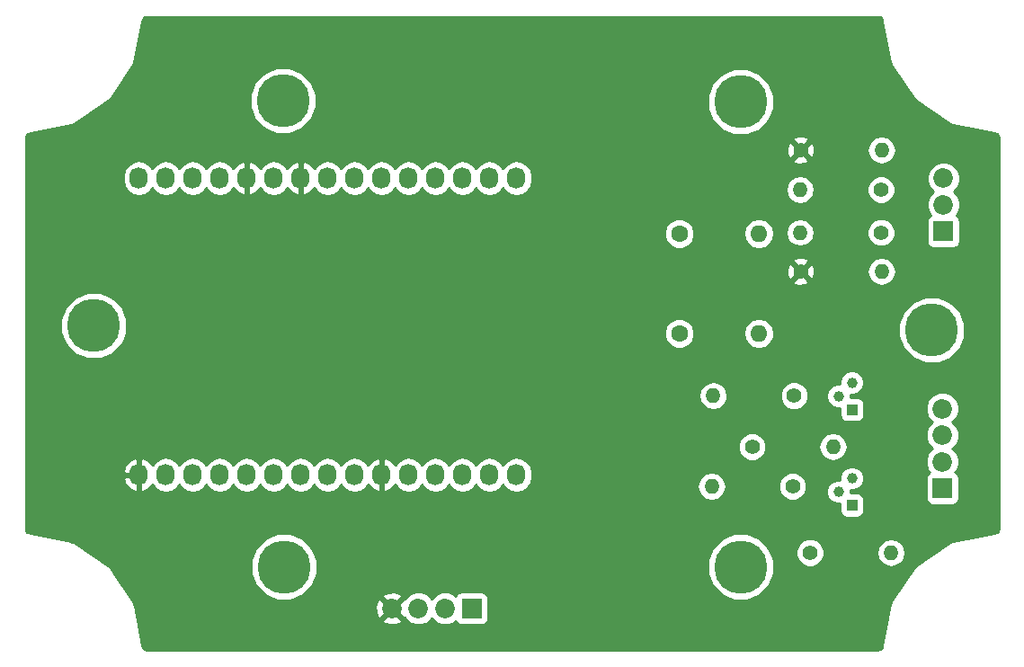
<source format=gbr>
G04 #@! TF.FileFunction,Copper,L1,Top,Signal*
%FSLAX46Y46*%
G04 Gerber Fmt 4.6, Leading zero omitted, Abs format (unit mm)*
G04 Created by KiCad (PCBNEW 4.0.6) date 06/19/17 18:14:00*
%MOMM*%
%LPD*%
G01*
G04 APERTURE LIST*
%ADD10C,0.100000*%
%ADD11C,1.600000*%
%ADD12O,1.600000X1.600000*%
%ADD13R,1.850000X1.850000*%
%ADD14C,1.850000*%
%ADD15C,1.000000*%
%ADD16R,1.000000X1.000000*%
%ADD17C,1.400000*%
%ADD18O,1.400000X1.400000*%
%ADD19O,1.727200X2.032000*%
%ADD20C,5.000000*%
%ADD21C,0.254000*%
G04 APERTURE END LIST*
D10*
D11*
X130830000Y-101420000D03*
D12*
X138330000Y-101420000D03*
D11*
X130830000Y-92022000D03*
D12*
X138330000Y-92022000D03*
D13*
X155700000Y-91800000D03*
D14*
X155700000Y-89300000D03*
X155700000Y-86800000D03*
D13*
X155600000Y-116000000D03*
D14*
X155600000Y-113500000D03*
X155600000Y-111000000D03*
X155600000Y-108500000D03*
D13*
X111272000Y-127328000D03*
D14*
X108772000Y-127328000D03*
X106272000Y-127328000D03*
X103772000Y-127328000D03*
D15*
X145830000Y-116330000D03*
X147100000Y-115060000D03*
D16*
X147100000Y-117600000D03*
D15*
X145830000Y-107330000D03*
X147100000Y-106060000D03*
D16*
X147100000Y-108600000D03*
D17*
X149829200Y-87881800D03*
D18*
X142209200Y-87881800D03*
D17*
X142260000Y-84148000D03*
D18*
X149880000Y-84148000D03*
D17*
X141498000Y-115821800D03*
D18*
X133878000Y-115821800D03*
D17*
X143149000Y-122070200D03*
D18*
X150769000Y-122070200D03*
D17*
X149829200Y-91920400D03*
D18*
X142209200Y-91920400D03*
D17*
X142260000Y-95578000D03*
D18*
X149880000Y-95578000D03*
D17*
X141650400Y-107287400D03*
D18*
X134030400Y-107287400D03*
D17*
X137688000Y-112088000D03*
D18*
X145308000Y-112088000D03*
D19*
X115500000Y-86800000D03*
X112960000Y-86800000D03*
X110420000Y-86800000D03*
X107880000Y-86800000D03*
X105340000Y-86800000D03*
X102800000Y-86800000D03*
X100260000Y-86800000D03*
X97720000Y-86800000D03*
X95180000Y-86800000D03*
X92640000Y-86800000D03*
X90100000Y-86800000D03*
X87560000Y-86800000D03*
X85020000Y-86800000D03*
X82480000Y-86800000D03*
X79940000Y-86800000D03*
X115500000Y-114740000D03*
X85020000Y-114740000D03*
X82480000Y-114740000D03*
X87560000Y-114740000D03*
X102800000Y-114740000D03*
X105340000Y-114740000D03*
X100260000Y-114740000D03*
X79940000Y-114740000D03*
X95180000Y-114740000D03*
X97720000Y-114740000D03*
X92640000Y-114740000D03*
X90100000Y-114740000D03*
X110420000Y-114740000D03*
X107880000Y-114740000D03*
X112960000Y-114740000D03*
D20*
X93600000Y-123400000D03*
X93500000Y-79500000D03*
X136600000Y-79600000D03*
X136600000Y-123400000D03*
X75700000Y-100700000D03*
X154600000Y-101100000D03*
D21*
G36*
X149715409Y-71621376D02*
X149813250Y-71686751D01*
X149878624Y-71784590D01*
X149928162Y-72033636D01*
X149928162Y-72033637D01*
X150689367Y-75860471D01*
X150731734Y-75962752D01*
X150791648Y-76107400D01*
X152959375Y-79351634D01*
X153148366Y-79540625D01*
X156392601Y-81708352D01*
X156532655Y-81766364D01*
X156639529Y-81810633D01*
X160466363Y-82571838D01*
X160466364Y-82571838D01*
X160715409Y-82621376D01*
X160813250Y-82686751D01*
X160878624Y-82784590D01*
X160915000Y-82967466D01*
X160915000Y-119832534D01*
X160878624Y-120015410D01*
X160813250Y-120113249D01*
X160715409Y-120178624D01*
X160466364Y-120228162D01*
X156639529Y-120989367D01*
X156567206Y-121019325D01*
X156392601Y-121091648D01*
X153148366Y-123259375D01*
X152959375Y-123448366D01*
X150791648Y-126692600D01*
X150731734Y-126837248D01*
X150689367Y-126939529D01*
X149928162Y-130766363D01*
X149928162Y-130766364D01*
X149878624Y-131015410D01*
X149813250Y-131113249D01*
X149715409Y-131178624D01*
X149532534Y-131215000D01*
X80667466Y-131215000D01*
X80484590Y-131178624D01*
X80386751Y-131113250D01*
X80321376Y-131015409D01*
X80271838Y-130766364D01*
X80271838Y-130766363D01*
X79806362Y-128426256D01*
X102853349Y-128426256D01*
X102942821Y-128685332D01*
X103525368Y-128899325D01*
X104145461Y-128874097D01*
X104601179Y-128685332D01*
X104690651Y-128426256D01*
X103772000Y-127507605D01*
X102853349Y-128426256D01*
X79806362Y-128426256D01*
X79538847Y-127081368D01*
X102200675Y-127081368D01*
X102225903Y-127701461D01*
X102414668Y-128157179D01*
X102673744Y-128246651D01*
X103592395Y-127328000D01*
X103951605Y-127328000D01*
X104870256Y-128246651D01*
X104955434Y-128217235D01*
X105387177Y-128649732D01*
X105960336Y-128887728D01*
X106580942Y-128888270D01*
X107154514Y-128651275D01*
X107522256Y-128284174D01*
X107887177Y-128649732D01*
X108460336Y-128887728D01*
X109080942Y-128888270D01*
X109654514Y-128651275D01*
X109772749Y-128533246D01*
X109882910Y-128704441D01*
X110095110Y-128849431D01*
X110347000Y-128900440D01*
X112197000Y-128900440D01*
X112432317Y-128856162D01*
X112648441Y-128717090D01*
X112793431Y-128504890D01*
X112844440Y-128253000D01*
X112844440Y-126403000D01*
X112800162Y-126167683D01*
X112661090Y-125951559D01*
X112448890Y-125806569D01*
X112197000Y-125755560D01*
X110347000Y-125755560D01*
X110111683Y-125799838D01*
X109895559Y-125938910D01*
X109771229Y-126120874D01*
X109656823Y-126006268D01*
X109083664Y-125768272D01*
X108463058Y-125767730D01*
X107889486Y-126004725D01*
X107521744Y-126371826D01*
X107156823Y-126006268D01*
X106583664Y-125768272D01*
X105963058Y-125767730D01*
X105389486Y-126004725D01*
X104954879Y-126438574D01*
X104870256Y-126409349D01*
X103951605Y-127328000D01*
X103592395Y-127328000D01*
X102673744Y-126409349D01*
X102414668Y-126498821D01*
X102200675Y-127081368D01*
X79538847Y-127081368D01*
X79510633Y-126939529D01*
X79480675Y-126867206D01*
X79408352Y-126692601D01*
X77623149Y-124020854D01*
X90464457Y-124020854D01*
X90940727Y-125173515D01*
X91821847Y-126056174D01*
X92973674Y-126534454D01*
X94220854Y-126535543D01*
X94960943Y-126229744D01*
X102853349Y-126229744D01*
X103772000Y-127148395D01*
X104690651Y-126229744D01*
X104601179Y-125970668D01*
X104018632Y-125756675D01*
X103398539Y-125781903D01*
X102942821Y-125970668D01*
X102853349Y-126229744D01*
X94960943Y-126229744D01*
X95373515Y-126059273D01*
X96256174Y-125178153D01*
X96734454Y-124026326D01*
X96734458Y-124020854D01*
X133464457Y-124020854D01*
X133940727Y-125173515D01*
X134821847Y-126056174D01*
X135973674Y-126534454D01*
X137220854Y-126535543D01*
X138373515Y-126059273D01*
X139256174Y-125178153D01*
X139734454Y-124026326D01*
X139735543Y-122779146D01*
X139551854Y-122334583D01*
X141813769Y-122334583D01*
X142016582Y-122825429D01*
X142391796Y-123201298D01*
X142882287Y-123404968D01*
X143413383Y-123405431D01*
X143904229Y-123202618D01*
X144280098Y-122827404D01*
X144483768Y-122336913D01*
X144484000Y-122070200D01*
X149407846Y-122070200D01*
X149509467Y-122581082D01*
X149798858Y-123014188D01*
X150231964Y-123303579D01*
X150742846Y-123405200D01*
X150795154Y-123405200D01*
X151306036Y-123303579D01*
X151739142Y-123014188D01*
X152028533Y-122581082D01*
X152130154Y-122070200D01*
X152028533Y-121559318D01*
X151739142Y-121126212D01*
X151306036Y-120836821D01*
X150795154Y-120735200D01*
X150742846Y-120735200D01*
X150231964Y-120836821D01*
X149798858Y-121126212D01*
X149509467Y-121559318D01*
X149407846Y-122070200D01*
X144484000Y-122070200D01*
X144484231Y-121805817D01*
X144281418Y-121314971D01*
X143906204Y-120939102D01*
X143415713Y-120735432D01*
X142884617Y-120734969D01*
X142393771Y-120937782D01*
X142017902Y-121312996D01*
X141814232Y-121803487D01*
X141813769Y-122334583D01*
X139551854Y-122334583D01*
X139259273Y-121626485D01*
X138378153Y-120743826D01*
X137226326Y-120265546D01*
X135979146Y-120264457D01*
X134826485Y-120740727D01*
X133943826Y-121621847D01*
X133465546Y-122773674D01*
X133464457Y-124020854D01*
X96734458Y-124020854D01*
X96735543Y-122779146D01*
X96259273Y-121626485D01*
X95378153Y-120743826D01*
X94226326Y-120265546D01*
X92979146Y-120264457D01*
X91826485Y-120740727D01*
X90943826Y-121621847D01*
X90465546Y-122773674D01*
X90464457Y-124020854D01*
X77623149Y-124020854D01*
X77240625Y-123448366D01*
X77051634Y-123259375D01*
X73807400Y-121091648D01*
X73662752Y-121031734D01*
X73560471Y-120989367D01*
X69733637Y-120228162D01*
X69733636Y-120228162D01*
X69484590Y-120178624D01*
X69386751Y-120113250D01*
X69321376Y-120015409D01*
X69285000Y-119832534D01*
X69285000Y-115101913D01*
X78454816Y-115101913D01*
X78648046Y-115654320D01*
X79037964Y-116090732D01*
X79565209Y-116344709D01*
X79580974Y-116347358D01*
X79813000Y-116226217D01*
X79813000Y-114867000D01*
X78599076Y-114867000D01*
X78454816Y-115101913D01*
X69285000Y-115101913D01*
X69285000Y-114378087D01*
X78454816Y-114378087D01*
X78599076Y-114613000D01*
X79813000Y-114613000D01*
X79813000Y-113253783D01*
X80067000Y-113253783D01*
X80067000Y-114613000D01*
X80087000Y-114613000D01*
X80087000Y-114867000D01*
X80067000Y-114867000D01*
X80067000Y-116226217D01*
X80299026Y-116347358D01*
X80314791Y-116344709D01*
X80842036Y-116090732D01*
X81213539Y-115674931D01*
X81420330Y-115984415D01*
X81906511Y-116309271D01*
X82480000Y-116423345D01*
X83053489Y-116309271D01*
X83539670Y-115984415D01*
X83750000Y-115669634D01*
X83960330Y-115984415D01*
X84446511Y-116309271D01*
X85020000Y-116423345D01*
X85593489Y-116309271D01*
X86079670Y-115984415D01*
X86290000Y-115669634D01*
X86500330Y-115984415D01*
X86986511Y-116309271D01*
X87560000Y-116423345D01*
X88133489Y-116309271D01*
X88619670Y-115984415D01*
X88830000Y-115669634D01*
X89040330Y-115984415D01*
X89526511Y-116309271D01*
X90100000Y-116423345D01*
X90673489Y-116309271D01*
X91159670Y-115984415D01*
X91370000Y-115669634D01*
X91580330Y-115984415D01*
X92066511Y-116309271D01*
X92640000Y-116423345D01*
X93213489Y-116309271D01*
X93699670Y-115984415D01*
X93910000Y-115669634D01*
X94120330Y-115984415D01*
X94606511Y-116309271D01*
X95180000Y-116423345D01*
X95753489Y-116309271D01*
X96239670Y-115984415D01*
X96450000Y-115669634D01*
X96660330Y-115984415D01*
X97146511Y-116309271D01*
X97720000Y-116423345D01*
X98293489Y-116309271D01*
X98779670Y-115984415D01*
X98990000Y-115669634D01*
X99200330Y-115984415D01*
X99686511Y-116309271D01*
X100260000Y-116423345D01*
X100833489Y-116309271D01*
X101319670Y-115984415D01*
X101526461Y-115674931D01*
X101897964Y-116090732D01*
X102425209Y-116344709D01*
X102440974Y-116347358D01*
X102673000Y-116226217D01*
X102673000Y-114867000D01*
X102653000Y-114867000D01*
X102653000Y-114613000D01*
X102673000Y-114613000D01*
X102673000Y-113253783D01*
X102927000Y-113253783D01*
X102927000Y-114613000D01*
X102947000Y-114613000D01*
X102947000Y-114867000D01*
X102927000Y-114867000D01*
X102927000Y-116226217D01*
X103159026Y-116347358D01*
X103174791Y-116344709D01*
X103702036Y-116090732D01*
X104073539Y-115674931D01*
X104280330Y-115984415D01*
X104766511Y-116309271D01*
X105340000Y-116423345D01*
X105913489Y-116309271D01*
X106399670Y-115984415D01*
X106610000Y-115669634D01*
X106820330Y-115984415D01*
X107306511Y-116309271D01*
X107880000Y-116423345D01*
X108453489Y-116309271D01*
X108939670Y-115984415D01*
X109150000Y-115669634D01*
X109360330Y-115984415D01*
X109846511Y-116309271D01*
X110420000Y-116423345D01*
X110993489Y-116309271D01*
X111479670Y-115984415D01*
X111690000Y-115669634D01*
X111900330Y-115984415D01*
X112386511Y-116309271D01*
X112960000Y-116423345D01*
X113533489Y-116309271D01*
X114019670Y-115984415D01*
X114230000Y-115669634D01*
X114440330Y-115984415D01*
X114926511Y-116309271D01*
X115500000Y-116423345D01*
X116073489Y-116309271D01*
X116559670Y-115984415D01*
X116668325Y-115821800D01*
X132516846Y-115821800D01*
X132618467Y-116332682D01*
X132907858Y-116765788D01*
X133340964Y-117055179D01*
X133851846Y-117156800D01*
X133904154Y-117156800D01*
X134415036Y-117055179D01*
X134848142Y-116765788D01*
X135137533Y-116332682D01*
X135186564Y-116086183D01*
X140162769Y-116086183D01*
X140365582Y-116577029D01*
X140740796Y-116952898D01*
X141231287Y-117156568D01*
X141762383Y-117157031D01*
X142253229Y-116954218D01*
X142629098Y-116579004D01*
X142639158Y-116554775D01*
X144694803Y-116554775D01*
X144867233Y-116972086D01*
X145186235Y-117291645D01*
X145603244Y-117464803D01*
X145952560Y-117465108D01*
X145952560Y-118100000D01*
X145996838Y-118335317D01*
X146135910Y-118551441D01*
X146348110Y-118696431D01*
X146600000Y-118747440D01*
X147600000Y-118747440D01*
X147835317Y-118703162D01*
X148051441Y-118564090D01*
X148196431Y-118351890D01*
X148247440Y-118100000D01*
X148247440Y-117100000D01*
X148203162Y-116864683D01*
X148064090Y-116648559D01*
X147851890Y-116503569D01*
X147600000Y-116452560D01*
X146964894Y-116452560D01*
X146965119Y-116194883D01*
X147324775Y-116195197D01*
X147742086Y-116022767D01*
X148061645Y-115703765D01*
X148234803Y-115286756D01*
X148234987Y-115075000D01*
X154027560Y-115075000D01*
X154027560Y-116925000D01*
X154071838Y-117160317D01*
X154210910Y-117376441D01*
X154423110Y-117521431D01*
X154675000Y-117572440D01*
X156525000Y-117572440D01*
X156760317Y-117528162D01*
X156976441Y-117389090D01*
X157121431Y-117176890D01*
X157172440Y-116925000D01*
X157172440Y-115075000D01*
X157128162Y-114839683D01*
X156989090Y-114623559D01*
X156807126Y-114499229D01*
X156921732Y-114384823D01*
X157159728Y-113811664D01*
X157160270Y-113191058D01*
X156923275Y-112617486D01*
X156556174Y-112249744D01*
X156921732Y-111884823D01*
X157159728Y-111311664D01*
X157160270Y-110691058D01*
X156923275Y-110117486D01*
X156556174Y-109749744D01*
X156921732Y-109384823D01*
X157159728Y-108811664D01*
X157160270Y-108191058D01*
X156923275Y-107617486D01*
X156484823Y-107178268D01*
X155911664Y-106940272D01*
X155291058Y-106939730D01*
X154717486Y-107176725D01*
X154278268Y-107615177D01*
X154040272Y-108188336D01*
X154039730Y-108808942D01*
X154276725Y-109382514D01*
X154643826Y-109750256D01*
X154278268Y-110115177D01*
X154040272Y-110688336D01*
X154039730Y-111308942D01*
X154276725Y-111882514D01*
X154643826Y-112250256D01*
X154278268Y-112615177D01*
X154040272Y-113188336D01*
X154039730Y-113808942D01*
X154276725Y-114382514D01*
X154394754Y-114500749D01*
X154223559Y-114610910D01*
X154078569Y-114823110D01*
X154027560Y-115075000D01*
X148234987Y-115075000D01*
X148235197Y-114835225D01*
X148062767Y-114417914D01*
X147743765Y-114098355D01*
X147326756Y-113925197D01*
X146875225Y-113924803D01*
X146457914Y-114097233D01*
X146138355Y-114416235D01*
X145965197Y-114833244D01*
X145964881Y-115195117D01*
X145605225Y-115194803D01*
X145187914Y-115367233D01*
X144868355Y-115686235D01*
X144695197Y-116103244D01*
X144694803Y-116554775D01*
X142639158Y-116554775D01*
X142832768Y-116088513D01*
X142833231Y-115557417D01*
X142630418Y-115066571D01*
X142255204Y-114690702D01*
X141764713Y-114487032D01*
X141233617Y-114486569D01*
X140742771Y-114689382D01*
X140366902Y-115064596D01*
X140163232Y-115555087D01*
X140162769Y-116086183D01*
X135186564Y-116086183D01*
X135239154Y-115821800D01*
X135137533Y-115310918D01*
X134848142Y-114877812D01*
X134415036Y-114588421D01*
X133904154Y-114486800D01*
X133851846Y-114486800D01*
X133340964Y-114588421D01*
X132907858Y-114877812D01*
X132618467Y-115310918D01*
X132516846Y-115821800D01*
X116668325Y-115821800D01*
X116884526Y-115498234D01*
X116998600Y-114924745D01*
X116998600Y-114555255D01*
X116884526Y-113981766D01*
X116559670Y-113495585D01*
X116073489Y-113170729D01*
X115500000Y-113056655D01*
X114926511Y-113170729D01*
X114440330Y-113495585D01*
X114230000Y-113810366D01*
X114019670Y-113495585D01*
X113533489Y-113170729D01*
X112960000Y-113056655D01*
X112386511Y-113170729D01*
X111900330Y-113495585D01*
X111690000Y-113810366D01*
X111479670Y-113495585D01*
X110993489Y-113170729D01*
X110420000Y-113056655D01*
X109846511Y-113170729D01*
X109360330Y-113495585D01*
X109150000Y-113810366D01*
X108939670Y-113495585D01*
X108453489Y-113170729D01*
X107880000Y-113056655D01*
X107306511Y-113170729D01*
X106820330Y-113495585D01*
X106610000Y-113810366D01*
X106399670Y-113495585D01*
X105913489Y-113170729D01*
X105340000Y-113056655D01*
X104766511Y-113170729D01*
X104280330Y-113495585D01*
X104073539Y-113805069D01*
X103702036Y-113389268D01*
X103174791Y-113135291D01*
X103159026Y-113132642D01*
X102927000Y-113253783D01*
X102673000Y-113253783D01*
X102440974Y-113132642D01*
X102425209Y-113135291D01*
X101897964Y-113389268D01*
X101526461Y-113805069D01*
X101319670Y-113495585D01*
X100833489Y-113170729D01*
X100260000Y-113056655D01*
X99686511Y-113170729D01*
X99200330Y-113495585D01*
X98990000Y-113810366D01*
X98779670Y-113495585D01*
X98293489Y-113170729D01*
X97720000Y-113056655D01*
X97146511Y-113170729D01*
X96660330Y-113495585D01*
X96450000Y-113810366D01*
X96239670Y-113495585D01*
X95753489Y-113170729D01*
X95180000Y-113056655D01*
X94606511Y-113170729D01*
X94120330Y-113495585D01*
X93910000Y-113810366D01*
X93699670Y-113495585D01*
X93213489Y-113170729D01*
X92640000Y-113056655D01*
X92066511Y-113170729D01*
X91580330Y-113495585D01*
X91370000Y-113810366D01*
X91159670Y-113495585D01*
X90673489Y-113170729D01*
X90100000Y-113056655D01*
X89526511Y-113170729D01*
X89040330Y-113495585D01*
X88830000Y-113810366D01*
X88619670Y-113495585D01*
X88133489Y-113170729D01*
X87560000Y-113056655D01*
X86986511Y-113170729D01*
X86500330Y-113495585D01*
X86290000Y-113810366D01*
X86079670Y-113495585D01*
X85593489Y-113170729D01*
X85020000Y-113056655D01*
X84446511Y-113170729D01*
X83960330Y-113495585D01*
X83750000Y-113810366D01*
X83539670Y-113495585D01*
X83053489Y-113170729D01*
X82480000Y-113056655D01*
X81906511Y-113170729D01*
X81420330Y-113495585D01*
X81213539Y-113805069D01*
X80842036Y-113389268D01*
X80314791Y-113135291D01*
X80299026Y-113132642D01*
X80067000Y-113253783D01*
X79813000Y-113253783D01*
X79580974Y-113132642D01*
X79565209Y-113135291D01*
X79037964Y-113389268D01*
X78648046Y-113825680D01*
X78454816Y-114378087D01*
X69285000Y-114378087D01*
X69285000Y-112352383D01*
X136352769Y-112352383D01*
X136555582Y-112843229D01*
X136930796Y-113219098D01*
X137421287Y-113422768D01*
X137952383Y-113423231D01*
X138443229Y-113220418D01*
X138819098Y-112845204D01*
X139022768Y-112354713D01*
X139023000Y-112088000D01*
X143946846Y-112088000D01*
X144048467Y-112598882D01*
X144337858Y-113031988D01*
X144770964Y-113321379D01*
X145281846Y-113423000D01*
X145334154Y-113423000D01*
X145845036Y-113321379D01*
X146278142Y-113031988D01*
X146567533Y-112598882D01*
X146669154Y-112088000D01*
X146567533Y-111577118D01*
X146278142Y-111144012D01*
X145845036Y-110854621D01*
X145334154Y-110753000D01*
X145281846Y-110753000D01*
X144770964Y-110854621D01*
X144337858Y-111144012D01*
X144048467Y-111577118D01*
X143946846Y-112088000D01*
X139023000Y-112088000D01*
X139023231Y-111823617D01*
X138820418Y-111332771D01*
X138445204Y-110956902D01*
X137954713Y-110753232D01*
X137423617Y-110752769D01*
X136932771Y-110955582D01*
X136556902Y-111330796D01*
X136353232Y-111821287D01*
X136352769Y-112352383D01*
X69285000Y-112352383D01*
X69285000Y-107287400D01*
X132669246Y-107287400D01*
X132770867Y-107798282D01*
X133060258Y-108231388D01*
X133493364Y-108520779D01*
X134004246Y-108622400D01*
X134056554Y-108622400D01*
X134567436Y-108520779D01*
X135000542Y-108231388D01*
X135289933Y-107798282D01*
X135338964Y-107551783D01*
X140315169Y-107551783D01*
X140517982Y-108042629D01*
X140893196Y-108418498D01*
X141383687Y-108622168D01*
X141914783Y-108622631D01*
X142405629Y-108419818D01*
X142781498Y-108044604D01*
X142984893Y-107554775D01*
X144694803Y-107554775D01*
X144867233Y-107972086D01*
X145186235Y-108291645D01*
X145603244Y-108464803D01*
X145952560Y-108465108D01*
X145952560Y-109100000D01*
X145996838Y-109335317D01*
X146135910Y-109551441D01*
X146348110Y-109696431D01*
X146600000Y-109747440D01*
X147600000Y-109747440D01*
X147835317Y-109703162D01*
X148051441Y-109564090D01*
X148196431Y-109351890D01*
X148247440Y-109100000D01*
X148247440Y-108100000D01*
X148203162Y-107864683D01*
X148064090Y-107648559D01*
X147851890Y-107503569D01*
X147600000Y-107452560D01*
X146964894Y-107452560D01*
X146965119Y-107194883D01*
X147324775Y-107195197D01*
X147742086Y-107022767D01*
X148061645Y-106703765D01*
X148234803Y-106286756D01*
X148235197Y-105835225D01*
X148062767Y-105417914D01*
X147743765Y-105098355D01*
X147326756Y-104925197D01*
X146875225Y-104924803D01*
X146457914Y-105097233D01*
X146138355Y-105416235D01*
X145965197Y-105833244D01*
X145964881Y-106195117D01*
X145605225Y-106194803D01*
X145187914Y-106367233D01*
X144868355Y-106686235D01*
X144695197Y-107103244D01*
X144694803Y-107554775D01*
X142984893Y-107554775D01*
X142985168Y-107554113D01*
X142985631Y-107023017D01*
X142782818Y-106532171D01*
X142407604Y-106156302D01*
X141917113Y-105952632D01*
X141386017Y-105952169D01*
X140895171Y-106154982D01*
X140519302Y-106530196D01*
X140315632Y-107020687D01*
X140315169Y-107551783D01*
X135338964Y-107551783D01*
X135391554Y-107287400D01*
X135289933Y-106776518D01*
X135000542Y-106343412D01*
X134567436Y-106054021D01*
X134056554Y-105952400D01*
X134004246Y-105952400D01*
X133493364Y-106054021D01*
X133060258Y-106343412D01*
X132770867Y-106776518D01*
X132669246Y-107287400D01*
X69285000Y-107287400D01*
X69285000Y-101320854D01*
X72564457Y-101320854D01*
X73040727Y-102473515D01*
X73921847Y-103356174D01*
X75073674Y-103834454D01*
X76320854Y-103835543D01*
X77473515Y-103359273D01*
X78356174Y-102478153D01*
X78677552Y-101704187D01*
X129394752Y-101704187D01*
X129612757Y-102231800D01*
X130016077Y-102635824D01*
X130543309Y-102854750D01*
X131114187Y-102855248D01*
X131641800Y-102637243D01*
X132045824Y-102233923D01*
X132264750Y-101706691D01*
X132265000Y-101420000D01*
X136866887Y-101420000D01*
X136976120Y-101969151D01*
X137287189Y-102434698D01*
X137752736Y-102745767D01*
X138301887Y-102855000D01*
X138358113Y-102855000D01*
X138907264Y-102745767D01*
X139372811Y-102434698D01*
X139683880Y-101969151D01*
X139733269Y-101720854D01*
X151464457Y-101720854D01*
X151940727Y-102873515D01*
X152821847Y-103756174D01*
X153973674Y-104234454D01*
X155220854Y-104235543D01*
X156373515Y-103759273D01*
X157256174Y-102878153D01*
X157734454Y-101726326D01*
X157735543Y-100479146D01*
X157259273Y-99326485D01*
X156378153Y-98443826D01*
X155226326Y-97965546D01*
X153979146Y-97964457D01*
X152826485Y-98440727D01*
X151943826Y-99321847D01*
X151465546Y-100473674D01*
X151464457Y-101720854D01*
X139733269Y-101720854D01*
X139793113Y-101420000D01*
X139683880Y-100870849D01*
X139372811Y-100405302D01*
X138907264Y-100094233D01*
X138358113Y-99985000D01*
X138301887Y-99985000D01*
X137752736Y-100094233D01*
X137287189Y-100405302D01*
X136976120Y-100870849D01*
X136866887Y-101420000D01*
X132265000Y-101420000D01*
X132265248Y-101135813D01*
X132047243Y-100608200D01*
X131643923Y-100204176D01*
X131116691Y-99985250D01*
X130545813Y-99984752D01*
X130018200Y-100202757D01*
X129614176Y-100606077D01*
X129395250Y-101133309D01*
X129394752Y-101704187D01*
X78677552Y-101704187D01*
X78834454Y-101326326D01*
X78835543Y-100079146D01*
X78359273Y-98926485D01*
X77478153Y-98043826D01*
X76326326Y-97565546D01*
X75079146Y-97564457D01*
X73926485Y-98040727D01*
X73043826Y-98921847D01*
X72565546Y-100073674D01*
X72564457Y-101320854D01*
X69285000Y-101320854D01*
X69285000Y-96513275D01*
X141504331Y-96513275D01*
X141566169Y-96749042D01*
X142067122Y-96925419D01*
X142597440Y-96896664D01*
X142953831Y-96749042D01*
X143015669Y-96513275D01*
X142260000Y-95757605D01*
X141504331Y-96513275D01*
X69285000Y-96513275D01*
X69285000Y-95385122D01*
X140912581Y-95385122D01*
X140941336Y-95915440D01*
X141088958Y-96271831D01*
X141324725Y-96333669D01*
X142080395Y-95578000D01*
X142439605Y-95578000D01*
X143195275Y-96333669D01*
X143431042Y-96271831D01*
X143607419Y-95770878D01*
X143596961Y-95578000D01*
X148518846Y-95578000D01*
X148620467Y-96088882D01*
X148909858Y-96521988D01*
X149342964Y-96811379D01*
X149853846Y-96913000D01*
X149906154Y-96913000D01*
X150417036Y-96811379D01*
X150850142Y-96521988D01*
X151139533Y-96088882D01*
X151241154Y-95578000D01*
X151139533Y-95067118D01*
X150850142Y-94634012D01*
X150417036Y-94344621D01*
X149906154Y-94243000D01*
X149853846Y-94243000D01*
X149342964Y-94344621D01*
X148909858Y-94634012D01*
X148620467Y-95067118D01*
X148518846Y-95578000D01*
X143596961Y-95578000D01*
X143578664Y-95240560D01*
X143431042Y-94884169D01*
X143195275Y-94822331D01*
X142439605Y-95578000D01*
X142080395Y-95578000D01*
X141324725Y-94822331D01*
X141088958Y-94884169D01*
X140912581Y-95385122D01*
X69285000Y-95385122D01*
X69285000Y-94642725D01*
X141504331Y-94642725D01*
X142260000Y-95398395D01*
X143015669Y-94642725D01*
X142953831Y-94406958D01*
X142452878Y-94230581D01*
X141922560Y-94259336D01*
X141566169Y-94406958D01*
X141504331Y-94642725D01*
X69285000Y-94642725D01*
X69285000Y-92306187D01*
X129394752Y-92306187D01*
X129612757Y-92833800D01*
X130016077Y-93237824D01*
X130543309Y-93456750D01*
X131114187Y-93457248D01*
X131641800Y-93239243D01*
X132045824Y-92835923D01*
X132264750Y-92308691D01*
X132265000Y-92022000D01*
X136866887Y-92022000D01*
X136976120Y-92571151D01*
X137287189Y-93036698D01*
X137752736Y-93347767D01*
X138301887Y-93457000D01*
X138358113Y-93457000D01*
X138907264Y-93347767D01*
X139372811Y-93036698D01*
X139683880Y-92571151D01*
X139793113Y-92022000D01*
X139772904Y-91920400D01*
X140848046Y-91920400D01*
X140949667Y-92431282D01*
X141239058Y-92864388D01*
X141672164Y-93153779D01*
X142183046Y-93255400D01*
X142235354Y-93255400D01*
X142746236Y-93153779D01*
X143179342Y-92864388D01*
X143468733Y-92431282D01*
X143517764Y-92184783D01*
X148493969Y-92184783D01*
X148696782Y-92675629D01*
X149071996Y-93051498D01*
X149562487Y-93255168D01*
X150093583Y-93255631D01*
X150584429Y-93052818D01*
X150960298Y-92677604D01*
X151163968Y-92187113D01*
X151164431Y-91656017D01*
X150961618Y-91165171D01*
X150671953Y-90875000D01*
X154127560Y-90875000D01*
X154127560Y-92725000D01*
X154171838Y-92960317D01*
X154310910Y-93176441D01*
X154523110Y-93321431D01*
X154775000Y-93372440D01*
X156625000Y-93372440D01*
X156860317Y-93328162D01*
X157076441Y-93189090D01*
X157221431Y-92976890D01*
X157272440Y-92725000D01*
X157272440Y-90875000D01*
X157228162Y-90639683D01*
X157089090Y-90423559D01*
X156907126Y-90299229D01*
X157021732Y-90184823D01*
X157259728Y-89611664D01*
X157260270Y-88991058D01*
X157023275Y-88417486D01*
X156656174Y-88049744D01*
X157021732Y-87684823D01*
X157259728Y-87111664D01*
X157260270Y-86491058D01*
X157023275Y-85917486D01*
X156584823Y-85478268D01*
X156011664Y-85240272D01*
X155391058Y-85239730D01*
X154817486Y-85476725D01*
X154378268Y-85915177D01*
X154140272Y-86488336D01*
X154139730Y-87108942D01*
X154376725Y-87682514D01*
X154743826Y-88050256D01*
X154378268Y-88415177D01*
X154140272Y-88988336D01*
X154139730Y-89608942D01*
X154376725Y-90182514D01*
X154494754Y-90300749D01*
X154323559Y-90410910D01*
X154178569Y-90623110D01*
X154127560Y-90875000D01*
X150671953Y-90875000D01*
X150586404Y-90789302D01*
X150095913Y-90585632D01*
X149564817Y-90585169D01*
X149073971Y-90787982D01*
X148698102Y-91163196D01*
X148494432Y-91653687D01*
X148493969Y-92184783D01*
X143517764Y-92184783D01*
X143570354Y-91920400D01*
X143468733Y-91409518D01*
X143179342Y-90976412D01*
X142746236Y-90687021D01*
X142235354Y-90585400D01*
X142183046Y-90585400D01*
X141672164Y-90687021D01*
X141239058Y-90976412D01*
X140949667Y-91409518D01*
X140848046Y-91920400D01*
X139772904Y-91920400D01*
X139683880Y-91472849D01*
X139372811Y-91007302D01*
X138907264Y-90696233D01*
X138358113Y-90587000D01*
X138301887Y-90587000D01*
X137752736Y-90696233D01*
X137287189Y-91007302D01*
X136976120Y-91472849D01*
X136866887Y-92022000D01*
X132265000Y-92022000D01*
X132265248Y-91737813D01*
X132047243Y-91210200D01*
X131643923Y-90806176D01*
X131116691Y-90587250D01*
X130545813Y-90586752D01*
X130018200Y-90804757D01*
X129614176Y-91208077D01*
X129395250Y-91735309D01*
X129394752Y-92306187D01*
X69285000Y-92306187D01*
X69285000Y-86615255D01*
X78441400Y-86615255D01*
X78441400Y-86984745D01*
X78555474Y-87558234D01*
X78880330Y-88044415D01*
X79366511Y-88369271D01*
X79940000Y-88483345D01*
X80513489Y-88369271D01*
X80999670Y-88044415D01*
X81210000Y-87729634D01*
X81420330Y-88044415D01*
X81906511Y-88369271D01*
X82480000Y-88483345D01*
X83053489Y-88369271D01*
X83539670Y-88044415D01*
X83750000Y-87729634D01*
X83960330Y-88044415D01*
X84446511Y-88369271D01*
X85020000Y-88483345D01*
X85593489Y-88369271D01*
X86079670Y-88044415D01*
X86290000Y-87729634D01*
X86500330Y-88044415D01*
X86986511Y-88369271D01*
X87560000Y-88483345D01*
X88133489Y-88369271D01*
X88619670Y-88044415D01*
X88826461Y-87734931D01*
X89197964Y-88150732D01*
X89725209Y-88404709D01*
X89740974Y-88407358D01*
X89973000Y-88286217D01*
X89973000Y-86927000D01*
X89953000Y-86927000D01*
X89953000Y-86673000D01*
X89973000Y-86673000D01*
X89973000Y-85313783D01*
X90227000Y-85313783D01*
X90227000Y-86673000D01*
X90247000Y-86673000D01*
X90247000Y-86927000D01*
X90227000Y-86927000D01*
X90227000Y-88286217D01*
X90459026Y-88407358D01*
X90474791Y-88404709D01*
X91002036Y-88150732D01*
X91373539Y-87734931D01*
X91580330Y-88044415D01*
X92066511Y-88369271D01*
X92640000Y-88483345D01*
X93213489Y-88369271D01*
X93699670Y-88044415D01*
X93906461Y-87734931D01*
X94277964Y-88150732D01*
X94805209Y-88404709D01*
X94820974Y-88407358D01*
X95053000Y-88286217D01*
X95053000Y-86927000D01*
X95033000Y-86927000D01*
X95033000Y-86673000D01*
X95053000Y-86673000D01*
X95053000Y-85313783D01*
X95307000Y-85313783D01*
X95307000Y-86673000D01*
X95327000Y-86673000D01*
X95327000Y-86927000D01*
X95307000Y-86927000D01*
X95307000Y-88286217D01*
X95539026Y-88407358D01*
X95554791Y-88404709D01*
X96082036Y-88150732D01*
X96453539Y-87734931D01*
X96660330Y-88044415D01*
X97146511Y-88369271D01*
X97720000Y-88483345D01*
X98293489Y-88369271D01*
X98779670Y-88044415D01*
X98990000Y-87729634D01*
X99200330Y-88044415D01*
X99686511Y-88369271D01*
X100260000Y-88483345D01*
X100833489Y-88369271D01*
X101319670Y-88044415D01*
X101530000Y-87729634D01*
X101740330Y-88044415D01*
X102226511Y-88369271D01*
X102800000Y-88483345D01*
X103373489Y-88369271D01*
X103859670Y-88044415D01*
X104070000Y-87729634D01*
X104280330Y-88044415D01*
X104766511Y-88369271D01*
X105340000Y-88483345D01*
X105913489Y-88369271D01*
X106399670Y-88044415D01*
X106610000Y-87729634D01*
X106820330Y-88044415D01*
X107306511Y-88369271D01*
X107880000Y-88483345D01*
X108453489Y-88369271D01*
X108939670Y-88044415D01*
X109150000Y-87729634D01*
X109360330Y-88044415D01*
X109846511Y-88369271D01*
X110420000Y-88483345D01*
X110993489Y-88369271D01*
X111479670Y-88044415D01*
X111690000Y-87729634D01*
X111900330Y-88044415D01*
X112386511Y-88369271D01*
X112960000Y-88483345D01*
X113533489Y-88369271D01*
X114019670Y-88044415D01*
X114230000Y-87729634D01*
X114440330Y-88044415D01*
X114926511Y-88369271D01*
X115500000Y-88483345D01*
X116073489Y-88369271D01*
X116559670Y-88044415D01*
X116668325Y-87881800D01*
X140848046Y-87881800D01*
X140949667Y-88392682D01*
X141239058Y-88825788D01*
X141672164Y-89115179D01*
X142183046Y-89216800D01*
X142235354Y-89216800D01*
X142746236Y-89115179D01*
X143179342Y-88825788D01*
X143468733Y-88392682D01*
X143517764Y-88146183D01*
X148493969Y-88146183D01*
X148696782Y-88637029D01*
X149071996Y-89012898D01*
X149562487Y-89216568D01*
X150093583Y-89217031D01*
X150584429Y-89014218D01*
X150960298Y-88639004D01*
X151163968Y-88148513D01*
X151164431Y-87617417D01*
X150961618Y-87126571D01*
X150586404Y-86750702D01*
X150095913Y-86547032D01*
X149564817Y-86546569D01*
X149073971Y-86749382D01*
X148698102Y-87124596D01*
X148494432Y-87615087D01*
X148493969Y-88146183D01*
X143517764Y-88146183D01*
X143570354Y-87881800D01*
X143468733Y-87370918D01*
X143179342Y-86937812D01*
X142746236Y-86648421D01*
X142235354Y-86546800D01*
X142183046Y-86546800D01*
X141672164Y-86648421D01*
X141239058Y-86937812D01*
X140949667Y-87370918D01*
X140848046Y-87881800D01*
X116668325Y-87881800D01*
X116884526Y-87558234D01*
X116998600Y-86984745D01*
X116998600Y-86615255D01*
X116884526Y-86041766D01*
X116559670Y-85555585D01*
X116073489Y-85230729D01*
X115500000Y-85116655D01*
X114926511Y-85230729D01*
X114440330Y-85555585D01*
X114230000Y-85870366D01*
X114019670Y-85555585D01*
X113533489Y-85230729D01*
X112960000Y-85116655D01*
X112386511Y-85230729D01*
X111900330Y-85555585D01*
X111690000Y-85870366D01*
X111479670Y-85555585D01*
X110993489Y-85230729D01*
X110420000Y-85116655D01*
X109846511Y-85230729D01*
X109360330Y-85555585D01*
X109150000Y-85870366D01*
X108939670Y-85555585D01*
X108453489Y-85230729D01*
X107880000Y-85116655D01*
X107306511Y-85230729D01*
X106820330Y-85555585D01*
X106610000Y-85870366D01*
X106399670Y-85555585D01*
X105913489Y-85230729D01*
X105340000Y-85116655D01*
X104766511Y-85230729D01*
X104280330Y-85555585D01*
X104070000Y-85870366D01*
X103859670Y-85555585D01*
X103373489Y-85230729D01*
X102800000Y-85116655D01*
X102226511Y-85230729D01*
X101740330Y-85555585D01*
X101530000Y-85870366D01*
X101319670Y-85555585D01*
X100833489Y-85230729D01*
X100260000Y-85116655D01*
X99686511Y-85230729D01*
X99200330Y-85555585D01*
X98990000Y-85870366D01*
X98779670Y-85555585D01*
X98293489Y-85230729D01*
X97720000Y-85116655D01*
X97146511Y-85230729D01*
X96660330Y-85555585D01*
X96453539Y-85865069D01*
X96082036Y-85449268D01*
X95554791Y-85195291D01*
X95539026Y-85192642D01*
X95307000Y-85313783D01*
X95053000Y-85313783D01*
X94820974Y-85192642D01*
X94805209Y-85195291D01*
X94277964Y-85449268D01*
X93906461Y-85865069D01*
X93699670Y-85555585D01*
X93213489Y-85230729D01*
X92640000Y-85116655D01*
X92066511Y-85230729D01*
X91580330Y-85555585D01*
X91373539Y-85865069D01*
X91002036Y-85449268D01*
X90474791Y-85195291D01*
X90459026Y-85192642D01*
X90227000Y-85313783D01*
X89973000Y-85313783D01*
X89740974Y-85192642D01*
X89725209Y-85195291D01*
X89197964Y-85449268D01*
X88826461Y-85865069D01*
X88619670Y-85555585D01*
X88133489Y-85230729D01*
X87560000Y-85116655D01*
X86986511Y-85230729D01*
X86500330Y-85555585D01*
X86290000Y-85870366D01*
X86079670Y-85555585D01*
X85593489Y-85230729D01*
X85020000Y-85116655D01*
X84446511Y-85230729D01*
X83960330Y-85555585D01*
X83750000Y-85870366D01*
X83539670Y-85555585D01*
X83053489Y-85230729D01*
X82480000Y-85116655D01*
X81906511Y-85230729D01*
X81420330Y-85555585D01*
X81210000Y-85870366D01*
X80999670Y-85555585D01*
X80513489Y-85230729D01*
X79940000Y-85116655D01*
X79366511Y-85230729D01*
X78880330Y-85555585D01*
X78555474Y-86041766D01*
X78441400Y-86615255D01*
X69285000Y-86615255D01*
X69285000Y-85083275D01*
X141504331Y-85083275D01*
X141566169Y-85319042D01*
X142067122Y-85495419D01*
X142597440Y-85466664D01*
X142953831Y-85319042D01*
X143015669Y-85083275D01*
X142260000Y-84327605D01*
X141504331Y-85083275D01*
X69285000Y-85083275D01*
X69285000Y-83955122D01*
X140912581Y-83955122D01*
X140941336Y-84485440D01*
X141088958Y-84841831D01*
X141324725Y-84903669D01*
X142080395Y-84148000D01*
X142439605Y-84148000D01*
X143195275Y-84903669D01*
X143431042Y-84841831D01*
X143607419Y-84340878D01*
X143596961Y-84148000D01*
X148518846Y-84148000D01*
X148620467Y-84658882D01*
X148909858Y-85091988D01*
X149342964Y-85381379D01*
X149853846Y-85483000D01*
X149906154Y-85483000D01*
X150417036Y-85381379D01*
X150850142Y-85091988D01*
X151139533Y-84658882D01*
X151241154Y-84148000D01*
X151139533Y-83637118D01*
X150850142Y-83204012D01*
X150417036Y-82914621D01*
X149906154Y-82813000D01*
X149853846Y-82813000D01*
X149342964Y-82914621D01*
X148909858Y-83204012D01*
X148620467Y-83637118D01*
X148518846Y-84148000D01*
X143596961Y-84148000D01*
X143578664Y-83810560D01*
X143431042Y-83454169D01*
X143195275Y-83392331D01*
X142439605Y-84148000D01*
X142080395Y-84148000D01*
X141324725Y-83392331D01*
X141088958Y-83454169D01*
X140912581Y-83955122D01*
X69285000Y-83955122D01*
X69285000Y-83212725D01*
X141504331Y-83212725D01*
X142260000Y-83968395D01*
X143015669Y-83212725D01*
X142953831Y-82976958D01*
X142452878Y-82800581D01*
X141922560Y-82829336D01*
X141566169Y-82976958D01*
X141504331Y-83212725D01*
X69285000Y-83212725D01*
X69285000Y-82967466D01*
X69321376Y-82784591D01*
X69386751Y-82686750D01*
X69484590Y-82621376D01*
X69733636Y-82571838D01*
X69733637Y-82571838D01*
X73560471Y-81810633D01*
X73667347Y-81766363D01*
X73807400Y-81708352D01*
X76183259Y-80120854D01*
X90364457Y-80120854D01*
X90840727Y-81273515D01*
X91721847Y-82156174D01*
X92873674Y-82634454D01*
X94120854Y-82635543D01*
X95273515Y-82159273D01*
X96156174Y-81278153D01*
X96595202Y-80220854D01*
X133464457Y-80220854D01*
X133940727Y-81373515D01*
X134821847Y-82256174D01*
X135973674Y-82734454D01*
X137220854Y-82735543D01*
X138373515Y-82259273D01*
X139256174Y-81378153D01*
X139734454Y-80226326D01*
X139735543Y-78979146D01*
X139259273Y-77826485D01*
X138378153Y-76943826D01*
X137226326Y-76465546D01*
X135979146Y-76464457D01*
X134826485Y-76940727D01*
X133943826Y-77821847D01*
X133465546Y-78973674D01*
X133464457Y-80220854D01*
X96595202Y-80220854D01*
X96634454Y-80126326D01*
X96635543Y-78879146D01*
X96159273Y-77726485D01*
X95278153Y-76843826D01*
X94126326Y-76365546D01*
X92879146Y-76364457D01*
X91726485Y-76840727D01*
X90843826Y-77721847D01*
X90365546Y-78873674D01*
X90364457Y-80120854D01*
X76183259Y-80120854D01*
X77051634Y-79540625D01*
X77240625Y-79351634D01*
X79408352Y-76107399D01*
X79510633Y-75860470D01*
X80271838Y-72033637D01*
X80271838Y-72033636D01*
X80321376Y-71784591D01*
X80386751Y-71686750D01*
X80484590Y-71621376D01*
X80667466Y-71585000D01*
X149532534Y-71585000D01*
X149715409Y-71621376D01*
X149715409Y-71621376D01*
G37*
X149715409Y-71621376D02*
X149813250Y-71686751D01*
X149878624Y-71784590D01*
X149928162Y-72033636D01*
X149928162Y-72033637D01*
X150689367Y-75860471D01*
X150731734Y-75962752D01*
X150791648Y-76107400D01*
X152959375Y-79351634D01*
X153148366Y-79540625D01*
X156392601Y-81708352D01*
X156532655Y-81766364D01*
X156639529Y-81810633D01*
X160466363Y-82571838D01*
X160466364Y-82571838D01*
X160715409Y-82621376D01*
X160813250Y-82686751D01*
X160878624Y-82784590D01*
X160915000Y-82967466D01*
X160915000Y-119832534D01*
X160878624Y-120015410D01*
X160813250Y-120113249D01*
X160715409Y-120178624D01*
X160466364Y-120228162D01*
X156639529Y-120989367D01*
X156567206Y-121019325D01*
X156392601Y-121091648D01*
X153148366Y-123259375D01*
X152959375Y-123448366D01*
X150791648Y-126692600D01*
X150731734Y-126837248D01*
X150689367Y-126939529D01*
X149928162Y-130766363D01*
X149928162Y-130766364D01*
X149878624Y-131015410D01*
X149813250Y-131113249D01*
X149715409Y-131178624D01*
X149532534Y-131215000D01*
X80667466Y-131215000D01*
X80484590Y-131178624D01*
X80386751Y-131113250D01*
X80321376Y-131015409D01*
X80271838Y-130766364D01*
X80271838Y-130766363D01*
X79806362Y-128426256D01*
X102853349Y-128426256D01*
X102942821Y-128685332D01*
X103525368Y-128899325D01*
X104145461Y-128874097D01*
X104601179Y-128685332D01*
X104690651Y-128426256D01*
X103772000Y-127507605D01*
X102853349Y-128426256D01*
X79806362Y-128426256D01*
X79538847Y-127081368D01*
X102200675Y-127081368D01*
X102225903Y-127701461D01*
X102414668Y-128157179D01*
X102673744Y-128246651D01*
X103592395Y-127328000D01*
X103951605Y-127328000D01*
X104870256Y-128246651D01*
X104955434Y-128217235D01*
X105387177Y-128649732D01*
X105960336Y-128887728D01*
X106580942Y-128888270D01*
X107154514Y-128651275D01*
X107522256Y-128284174D01*
X107887177Y-128649732D01*
X108460336Y-128887728D01*
X109080942Y-128888270D01*
X109654514Y-128651275D01*
X109772749Y-128533246D01*
X109882910Y-128704441D01*
X110095110Y-128849431D01*
X110347000Y-128900440D01*
X112197000Y-128900440D01*
X112432317Y-128856162D01*
X112648441Y-128717090D01*
X112793431Y-128504890D01*
X112844440Y-128253000D01*
X112844440Y-126403000D01*
X112800162Y-126167683D01*
X112661090Y-125951559D01*
X112448890Y-125806569D01*
X112197000Y-125755560D01*
X110347000Y-125755560D01*
X110111683Y-125799838D01*
X109895559Y-125938910D01*
X109771229Y-126120874D01*
X109656823Y-126006268D01*
X109083664Y-125768272D01*
X108463058Y-125767730D01*
X107889486Y-126004725D01*
X107521744Y-126371826D01*
X107156823Y-126006268D01*
X106583664Y-125768272D01*
X105963058Y-125767730D01*
X105389486Y-126004725D01*
X104954879Y-126438574D01*
X104870256Y-126409349D01*
X103951605Y-127328000D01*
X103592395Y-127328000D01*
X102673744Y-126409349D01*
X102414668Y-126498821D01*
X102200675Y-127081368D01*
X79538847Y-127081368D01*
X79510633Y-126939529D01*
X79480675Y-126867206D01*
X79408352Y-126692601D01*
X77623149Y-124020854D01*
X90464457Y-124020854D01*
X90940727Y-125173515D01*
X91821847Y-126056174D01*
X92973674Y-126534454D01*
X94220854Y-126535543D01*
X94960943Y-126229744D01*
X102853349Y-126229744D01*
X103772000Y-127148395D01*
X104690651Y-126229744D01*
X104601179Y-125970668D01*
X104018632Y-125756675D01*
X103398539Y-125781903D01*
X102942821Y-125970668D01*
X102853349Y-126229744D01*
X94960943Y-126229744D01*
X95373515Y-126059273D01*
X96256174Y-125178153D01*
X96734454Y-124026326D01*
X96734458Y-124020854D01*
X133464457Y-124020854D01*
X133940727Y-125173515D01*
X134821847Y-126056174D01*
X135973674Y-126534454D01*
X137220854Y-126535543D01*
X138373515Y-126059273D01*
X139256174Y-125178153D01*
X139734454Y-124026326D01*
X139735543Y-122779146D01*
X139551854Y-122334583D01*
X141813769Y-122334583D01*
X142016582Y-122825429D01*
X142391796Y-123201298D01*
X142882287Y-123404968D01*
X143413383Y-123405431D01*
X143904229Y-123202618D01*
X144280098Y-122827404D01*
X144483768Y-122336913D01*
X144484000Y-122070200D01*
X149407846Y-122070200D01*
X149509467Y-122581082D01*
X149798858Y-123014188D01*
X150231964Y-123303579D01*
X150742846Y-123405200D01*
X150795154Y-123405200D01*
X151306036Y-123303579D01*
X151739142Y-123014188D01*
X152028533Y-122581082D01*
X152130154Y-122070200D01*
X152028533Y-121559318D01*
X151739142Y-121126212D01*
X151306036Y-120836821D01*
X150795154Y-120735200D01*
X150742846Y-120735200D01*
X150231964Y-120836821D01*
X149798858Y-121126212D01*
X149509467Y-121559318D01*
X149407846Y-122070200D01*
X144484000Y-122070200D01*
X144484231Y-121805817D01*
X144281418Y-121314971D01*
X143906204Y-120939102D01*
X143415713Y-120735432D01*
X142884617Y-120734969D01*
X142393771Y-120937782D01*
X142017902Y-121312996D01*
X141814232Y-121803487D01*
X141813769Y-122334583D01*
X139551854Y-122334583D01*
X139259273Y-121626485D01*
X138378153Y-120743826D01*
X137226326Y-120265546D01*
X135979146Y-120264457D01*
X134826485Y-120740727D01*
X133943826Y-121621847D01*
X133465546Y-122773674D01*
X133464457Y-124020854D01*
X96734458Y-124020854D01*
X96735543Y-122779146D01*
X96259273Y-121626485D01*
X95378153Y-120743826D01*
X94226326Y-120265546D01*
X92979146Y-120264457D01*
X91826485Y-120740727D01*
X90943826Y-121621847D01*
X90465546Y-122773674D01*
X90464457Y-124020854D01*
X77623149Y-124020854D01*
X77240625Y-123448366D01*
X77051634Y-123259375D01*
X73807400Y-121091648D01*
X73662752Y-121031734D01*
X73560471Y-120989367D01*
X69733637Y-120228162D01*
X69733636Y-120228162D01*
X69484590Y-120178624D01*
X69386751Y-120113250D01*
X69321376Y-120015409D01*
X69285000Y-119832534D01*
X69285000Y-115101913D01*
X78454816Y-115101913D01*
X78648046Y-115654320D01*
X79037964Y-116090732D01*
X79565209Y-116344709D01*
X79580974Y-116347358D01*
X79813000Y-116226217D01*
X79813000Y-114867000D01*
X78599076Y-114867000D01*
X78454816Y-115101913D01*
X69285000Y-115101913D01*
X69285000Y-114378087D01*
X78454816Y-114378087D01*
X78599076Y-114613000D01*
X79813000Y-114613000D01*
X79813000Y-113253783D01*
X80067000Y-113253783D01*
X80067000Y-114613000D01*
X80087000Y-114613000D01*
X80087000Y-114867000D01*
X80067000Y-114867000D01*
X80067000Y-116226217D01*
X80299026Y-116347358D01*
X80314791Y-116344709D01*
X80842036Y-116090732D01*
X81213539Y-115674931D01*
X81420330Y-115984415D01*
X81906511Y-116309271D01*
X82480000Y-116423345D01*
X83053489Y-116309271D01*
X83539670Y-115984415D01*
X83750000Y-115669634D01*
X83960330Y-115984415D01*
X84446511Y-116309271D01*
X85020000Y-116423345D01*
X85593489Y-116309271D01*
X86079670Y-115984415D01*
X86290000Y-115669634D01*
X86500330Y-115984415D01*
X86986511Y-116309271D01*
X87560000Y-116423345D01*
X88133489Y-116309271D01*
X88619670Y-115984415D01*
X88830000Y-115669634D01*
X89040330Y-115984415D01*
X89526511Y-116309271D01*
X90100000Y-116423345D01*
X90673489Y-116309271D01*
X91159670Y-115984415D01*
X91370000Y-115669634D01*
X91580330Y-115984415D01*
X92066511Y-116309271D01*
X92640000Y-116423345D01*
X93213489Y-116309271D01*
X93699670Y-115984415D01*
X93910000Y-115669634D01*
X94120330Y-115984415D01*
X94606511Y-116309271D01*
X95180000Y-116423345D01*
X95753489Y-116309271D01*
X96239670Y-115984415D01*
X96450000Y-115669634D01*
X96660330Y-115984415D01*
X97146511Y-116309271D01*
X97720000Y-116423345D01*
X98293489Y-116309271D01*
X98779670Y-115984415D01*
X98990000Y-115669634D01*
X99200330Y-115984415D01*
X99686511Y-116309271D01*
X100260000Y-116423345D01*
X100833489Y-116309271D01*
X101319670Y-115984415D01*
X101526461Y-115674931D01*
X101897964Y-116090732D01*
X102425209Y-116344709D01*
X102440974Y-116347358D01*
X102673000Y-116226217D01*
X102673000Y-114867000D01*
X102653000Y-114867000D01*
X102653000Y-114613000D01*
X102673000Y-114613000D01*
X102673000Y-113253783D01*
X102927000Y-113253783D01*
X102927000Y-114613000D01*
X102947000Y-114613000D01*
X102947000Y-114867000D01*
X102927000Y-114867000D01*
X102927000Y-116226217D01*
X103159026Y-116347358D01*
X103174791Y-116344709D01*
X103702036Y-116090732D01*
X104073539Y-115674931D01*
X104280330Y-115984415D01*
X104766511Y-116309271D01*
X105340000Y-116423345D01*
X105913489Y-116309271D01*
X106399670Y-115984415D01*
X106610000Y-115669634D01*
X106820330Y-115984415D01*
X107306511Y-116309271D01*
X107880000Y-116423345D01*
X108453489Y-116309271D01*
X108939670Y-115984415D01*
X109150000Y-115669634D01*
X109360330Y-115984415D01*
X109846511Y-116309271D01*
X110420000Y-116423345D01*
X110993489Y-116309271D01*
X111479670Y-115984415D01*
X111690000Y-115669634D01*
X111900330Y-115984415D01*
X112386511Y-116309271D01*
X112960000Y-116423345D01*
X113533489Y-116309271D01*
X114019670Y-115984415D01*
X114230000Y-115669634D01*
X114440330Y-115984415D01*
X114926511Y-116309271D01*
X115500000Y-116423345D01*
X116073489Y-116309271D01*
X116559670Y-115984415D01*
X116668325Y-115821800D01*
X132516846Y-115821800D01*
X132618467Y-116332682D01*
X132907858Y-116765788D01*
X133340964Y-117055179D01*
X133851846Y-117156800D01*
X133904154Y-117156800D01*
X134415036Y-117055179D01*
X134848142Y-116765788D01*
X135137533Y-116332682D01*
X135186564Y-116086183D01*
X140162769Y-116086183D01*
X140365582Y-116577029D01*
X140740796Y-116952898D01*
X141231287Y-117156568D01*
X141762383Y-117157031D01*
X142253229Y-116954218D01*
X142629098Y-116579004D01*
X142639158Y-116554775D01*
X144694803Y-116554775D01*
X144867233Y-116972086D01*
X145186235Y-117291645D01*
X145603244Y-117464803D01*
X145952560Y-117465108D01*
X145952560Y-118100000D01*
X145996838Y-118335317D01*
X146135910Y-118551441D01*
X146348110Y-118696431D01*
X146600000Y-118747440D01*
X147600000Y-118747440D01*
X147835317Y-118703162D01*
X148051441Y-118564090D01*
X148196431Y-118351890D01*
X148247440Y-118100000D01*
X148247440Y-117100000D01*
X148203162Y-116864683D01*
X148064090Y-116648559D01*
X147851890Y-116503569D01*
X147600000Y-116452560D01*
X146964894Y-116452560D01*
X146965119Y-116194883D01*
X147324775Y-116195197D01*
X147742086Y-116022767D01*
X148061645Y-115703765D01*
X148234803Y-115286756D01*
X148234987Y-115075000D01*
X154027560Y-115075000D01*
X154027560Y-116925000D01*
X154071838Y-117160317D01*
X154210910Y-117376441D01*
X154423110Y-117521431D01*
X154675000Y-117572440D01*
X156525000Y-117572440D01*
X156760317Y-117528162D01*
X156976441Y-117389090D01*
X157121431Y-117176890D01*
X157172440Y-116925000D01*
X157172440Y-115075000D01*
X157128162Y-114839683D01*
X156989090Y-114623559D01*
X156807126Y-114499229D01*
X156921732Y-114384823D01*
X157159728Y-113811664D01*
X157160270Y-113191058D01*
X156923275Y-112617486D01*
X156556174Y-112249744D01*
X156921732Y-111884823D01*
X157159728Y-111311664D01*
X157160270Y-110691058D01*
X156923275Y-110117486D01*
X156556174Y-109749744D01*
X156921732Y-109384823D01*
X157159728Y-108811664D01*
X157160270Y-108191058D01*
X156923275Y-107617486D01*
X156484823Y-107178268D01*
X155911664Y-106940272D01*
X155291058Y-106939730D01*
X154717486Y-107176725D01*
X154278268Y-107615177D01*
X154040272Y-108188336D01*
X154039730Y-108808942D01*
X154276725Y-109382514D01*
X154643826Y-109750256D01*
X154278268Y-110115177D01*
X154040272Y-110688336D01*
X154039730Y-111308942D01*
X154276725Y-111882514D01*
X154643826Y-112250256D01*
X154278268Y-112615177D01*
X154040272Y-113188336D01*
X154039730Y-113808942D01*
X154276725Y-114382514D01*
X154394754Y-114500749D01*
X154223559Y-114610910D01*
X154078569Y-114823110D01*
X154027560Y-115075000D01*
X148234987Y-115075000D01*
X148235197Y-114835225D01*
X148062767Y-114417914D01*
X147743765Y-114098355D01*
X147326756Y-113925197D01*
X146875225Y-113924803D01*
X146457914Y-114097233D01*
X146138355Y-114416235D01*
X145965197Y-114833244D01*
X145964881Y-115195117D01*
X145605225Y-115194803D01*
X145187914Y-115367233D01*
X144868355Y-115686235D01*
X144695197Y-116103244D01*
X144694803Y-116554775D01*
X142639158Y-116554775D01*
X142832768Y-116088513D01*
X142833231Y-115557417D01*
X142630418Y-115066571D01*
X142255204Y-114690702D01*
X141764713Y-114487032D01*
X141233617Y-114486569D01*
X140742771Y-114689382D01*
X140366902Y-115064596D01*
X140163232Y-115555087D01*
X140162769Y-116086183D01*
X135186564Y-116086183D01*
X135239154Y-115821800D01*
X135137533Y-115310918D01*
X134848142Y-114877812D01*
X134415036Y-114588421D01*
X133904154Y-114486800D01*
X133851846Y-114486800D01*
X133340964Y-114588421D01*
X132907858Y-114877812D01*
X132618467Y-115310918D01*
X132516846Y-115821800D01*
X116668325Y-115821800D01*
X116884526Y-115498234D01*
X116998600Y-114924745D01*
X116998600Y-114555255D01*
X116884526Y-113981766D01*
X116559670Y-113495585D01*
X116073489Y-113170729D01*
X115500000Y-113056655D01*
X114926511Y-113170729D01*
X114440330Y-113495585D01*
X114230000Y-113810366D01*
X114019670Y-113495585D01*
X113533489Y-113170729D01*
X112960000Y-113056655D01*
X112386511Y-113170729D01*
X111900330Y-113495585D01*
X111690000Y-113810366D01*
X111479670Y-113495585D01*
X110993489Y-113170729D01*
X110420000Y-113056655D01*
X109846511Y-113170729D01*
X109360330Y-113495585D01*
X109150000Y-113810366D01*
X108939670Y-113495585D01*
X108453489Y-113170729D01*
X107880000Y-113056655D01*
X107306511Y-113170729D01*
X106820330Y-113495585D01*
X106610000Y-113810366D01*
X106399670Y-113495585D01*
X105913489Y-113170729D01*
X105340000Y-113056655D01*
X104766511Y-113170729D01*
X104280330Y-113495585D01*
X104073539Y-113805069D01*
X103702036Y-113389268D01*
X103174791Y-113135291D01*
X103159026Y-113132642D01*
X102927000Y-113253783D01*
X102673000Y-113253783D01*
X102440974Y-113132642D01*
X102425209Y-113135291D01*
X101897964Y-113389268D01*
X101526461Y-113805069D01*
X101319670Y-113495585D01*
X100833489Y-113170729D01*
X100260000Y-113056655D01*
X99686511Y-113170729D01*
X99200330Y-113495585D01*
X98990000Y-113810366D01*
X98779670Y-113495585D01*
X98293489Y-113170729D01*
X97720000Y-113056655D01*
X97146511Y-113170729D01*
X96660330Y-113495585D01*
X96450000Y-113810366D01*
X96239670Y-113495585D01*
X95753489Y-113170729D01*
X95180000Y-113056655D01*
X94606511Y-113170729D01*
X94120330Y-113495585D01*
X93910000Y-113810366D01*
X93699670Y-113495585D01*
X93213489Y-113170729D01*
X92640000Y-113056655D01*
X92066511Y-113170729D01*
X91580330Y-113495585D01*
X91370000Y-113810366D01*
X91159670Y-113495585D01*
X90673489Y-113170729D01*
X90100000Y-113056655D01*
X89526511Y-113170729D01*
X89040330Y-113495585D01*
X88830000Y-113810366D01*
X88619670Y-113495585D01*
X88133489Y-113170729D01*
X87560000Y-113056655D01*
X86986511Y-113170729D01*
X86500330Y-113495585D01*
X86290000Y-113810366D01*
X86079670Y-113495585D01*
X85593489Y-113170729D01*
X85020000Y-113056655D01*
X84446511Y-113170729D01*
X83960330Y-113495585D01*
X83750000Y-113810366D01*
X83539670Y-113495585D01*
X83053489Y-113170729D01*
X82480000Y-113056655D01*
X81906511Y-113170729D01*
X81420330Y-113495585D01*
X81213539Y-113805069D01*
X80842036Y-113389268D01*
X80314791Y-113135291D01*
X80299026Y-113132642D01*
X80067000Y-113253783D01*
X79813000Y-113253783D01*
X79580974Y-113132642D01*
X79565209Y-113135291D01*
X79037964Y-113389268D01*
X78648046Y-113825680D01*
X78454816Y-114378087D01*
X69285000Y-114378087D01*
X69285000Y-112352383D01*
X136352769Y-112352383D01*
X136555582Y-112843229D01*
X136930796Y-113219098D01*
X137421287Y-113422768D01*
X137952383Y-113423231D01*
X138443229Y-113220418D01*
X138819098Y-112845204D01*
X139022768Y-112354713D01*
X139023000Y-112088000D01*
X143946846Y-112088000D01*
X144048467Y-112598882D01*
X144337858Y-113031988D01*
X144770964Y-113321379D01*
X145281846Y-113423000D01*
X145334154Y-113423000D01*
X145845036Y-113321379D01*
X146278142Y-113031988D01*
X146567533Y-112598882D01*
X146669154Y-112088000D01*
X146567533Y-111577118D01*
X146278142Y-111144012D01*
X145845036Y-110854621D01*
X145334154Y-110753000D01*
X145281846Y-110753000D01*
X144770964Y-110854621D01*
X144337858Y-111144012D01*
X144048467Y-111577118D01*
X143946846Y-112088000D01*
X139023000Y-112088000D01*
X139023231Y-111823617D01*
X138820418Y-111332771D01*
X138445204Y-110956902D01*
X137954713Y-110753232D01*
X137423617Y-110752769D01*
X136932771Y-110955582D01*
X136556902Y-111330796D01*
X136353232Y-111821287D01*
X136352769Y-112352383D01*
X69285000Y-112352383D01*
X69285000Y-107287400D01*
X132669246Y-107287400D01*
X132770867Y-107798282D01*
X133060258Y-108231388D01*
X133493364Y-108520779D01*
X134004246Y-108622400D01*
X134056554Y-108622400D01*
X134567436Y-108520779D01*
X135000542Y-108231388D01*
X135289933Y-107798282D01*
X135338964Y-107551783D01*
X140315169Y-107551783D01*
X140517982Y-108042629D01*
X140893196Y-108418498D01*
X141383687Y-108622168D01*
X141914783Y-108622631D01*
X142405629Y-108419818D01*
X142781498Y-108044604D01*
X142984893Y-107554775D01*
X144694803Y-107554775D01*
X144867233Y-107972086D01*
X145186235Y-108291645D01*
X145603244Y-108464803D01*
X145952560Y-108465108D01*
X145952560Y-109100000D01*
X145996838Y-109335317D01*
X146135910Y-109551441D01*
X146348110Y-109696431D01*
X146600000Y-109747440D01*
X147600000Y-109747440D01*
X147835317Y-109703162D01*
X148051441Y-109564090D01*
X148196431Y-109351890D01*
X148247440Y-109100000D01*
X148247440Y-108100000D01*
X148203162Y-107864683D01*
X148064090Y-107648559D01*
X147851890Y-107503569D01*
X147600000Y-107452560D01*
X146964894Y-107452560D01*
X146965119Y-107194883D01*
X147324775Y-107195197D01*
X147742086Y-107022767D01*
X148061645Y-106703765D01*
X148234803Y-106286756D01*
X148235197Y-105835225D01*
X148062767Y-105417914D01*
X147743765Y-105098355D01*
X147326756Y-104925197D01*
X146875225Y-104924803D01*
X146457914Y-105097233D01*
X146138355Y-105416235D01*
X145965197Y-105833244D01*
X145964881Y-106195117D01*
X145605225Y-106194803D01*
X145187914Y-106367233D01*
X144868355Y-106686235D01*
X144695197Y-107103244D01*
X144694803Y-107554775D01*
X142984893Y-107554775D01*
X142985168Y-107554113D01*
X142985631Y-107023017D01*
X142782818Y-106532171D01*
X142407604Y-106156302D01*
X141917113Y-105952632D01*
X141386017Y-105952169D01*
X140895171Y-106154982D01*
X140519302Y-106530196D01*
X140315632Y-107020687D01*
X140315169Y-107551783D01*
X135338964Y-107551783D01*
X135391554Y-107287400D01*
X135289933Y-106776518D01*
X135000542Y-106343412D01*
X134567436Y-106054021D01*
X134056554Y-105952400D01*
X134004246Y-105952400D01*
X133493364Y-106054021D01*
X133060258Y-106343412D01*
X132770867Y-106776518D01*
X132669246Y-107287400D01*
X69285000Y-107287400D01*
X69285000Y-101320854D01*
X72564457Y-101320854D01*
X73040727Y-102473515D01*
X73921847Y-103356174D01*
X75073674Y-103834454D01*
X76320854Y-103835543D01*
X77473515Y-103359273D01*
X78356174Y-102478153D01*
X78677552Y-101704187D01*
X129394752Y-101704187D01*
X129612757Y-102231800D01*
X130016077Y-102635824D01*
X130543309Y-102854750D01*
X131114187Y-102855248D01*
X131641800Y-102637243D01*
X132045824Y-102233923D01*
X132264750Y-101706691D01*
X132265000Y-101420000D01*
X136866887Y-101420000D01*
X136976120Y-101969151D01*
X137287189Y-102434698D01*
X137752736Y-102745767D01*
X138301887Y-102855000D01*
X138358113Y-102855000D01*
X138907264Y-102745767D01*
X139372811Y-102434698D01*
X139683880Y-101969151D01*
X139733269Y-101720854D01*
X151464457Y-101720854D01*
X151940727Y-102873515D01*
X152821847Y-103756174D01*
X153973674Y-104234454D01*
X155220854Y-104235543D01*
X156373515Y-103759273D01*
X157256174Y-102878153D01*
X157734454Y-101726326D01*
X157735543Y-100479146D01*
X157259273Y-99326485D01*
X156378153Y-98443826D01*
X155226326Y-97965546D01*
X153979146Y-97964457D01*
X152826485Y-98440727D01*
X151943826Y-99321847D01*
X151465546Y-100473674D01*
X151464457Y-101720854D01*
X139733269Y-101720854D01*
X139793113Y-101420000D01*
X139683880Y-100870849D01*
X139372811Y-100405302D01*
X138907264Y-100094233D01*
X138358113Y-99985000D01*
X138301887Y-99985000D01*
X137752736Y-100094233D01*
X137287189Y-100405302D01*
X136976120Y-100870849D01*
X136866887Y-101420000D01*
X132265000Y-101420000D01*
X132265248Y-101135813D01*
X132047243Y-100608200D01*
X131643923Y-100204176D01*
X131116691Y-99985250D01*
X130545813Y-99984752D01*
X130018200Y-100202757D01*
X129614176Y-100606077D01*
X129395250Y-101133309D01*
X129394752Y-101704187D01*
X78677552Y-101704187D01*
X78834454Y-101326326D01*
X78835543Y-100079146D01*
X78359273Y-98926485D01*
X77478153Y-98043826D01*
X76326326Y-97565546D01*
X75079146Y-97564457D01*
X73926485Y-98040727D01*
X73043826Y-98921847D01*
X72565546Y-100073674D01*
X72564457Y-101320854D01*
X69285000Y-101320854D01*
X69285000Y-96513275D01*
X141504331Y-96513275D01*
X141566169Y-96749042D01*
X142067122Y-96925419D01*
X142597440Y-96896664D01*
X142953831Y-96749042D01*
X143015669Y-96513275D01*
X142260000Y-95757605D01*
X141504331Y-96513275D01*
X69285000Y-96513275D01*
X69285000Y-95385122D01*
X140912581Y-95385122D01*
X140941336Y-95915440D01*
X141088958Y-96271831D01*
X141324725Y-96333669D01*
X142080395Y-95578000D01*
X142439605Y-95578000D01*
X143195275Y-96333669D01*
X143431042Y-96271831D01*
X143607419Y-95770878D01*
X143596961Y-95578000D01*
X148518846Y-95578000D01*
X148620467Y-96088882D01*
X148909858Y-96521988D01*
X149342964Y-96811379D01*
X149853846Y-96913000D01*
X149906154Y-96913000D01*
X150417036Y-96811379D01*
X150850142Y-96521988D01*
X151139533Y-96088882D01*
X151241154Y-95578000D01*
X151139533Y-95067118D01*
X150850142Y-94634012D01*
X150417036Y-94344621D01*
X149906154Y-94243000D01*
X149853846Y-94243000D01*
X149342964Y-94344621D01*
X148909858Y-94634012D01*
X148620467Y-95067118D01*
X148518846Y-95578000D01*
X143596961Y-95578000D01*
X143578664Y-95240560D01*
X143431042Y-94884169D01*
X143195275Y-94822331D01*
X142439605Y-95578000D01*
X142080395Y-95578000D01*
X141324725Y-94822331D01*
X141088958Y-94884169D01*
X140912581Y-95385122D01*
X69285000Y-95385122D01*
X69285000Y-94642725D01*
X141504331Y-94642725D01*
X142260000Y-95398395D01*
X143015669Y-94642725D01*
X142953831Y-94406958D01*
X142452878Y-94230581D01*
X141922560Y-94259336D01*
X141566169Y-94406958D01*
X141504331Y-94642725D01*
X69285000Y-94642725D01*
X69285000Y-92306187D01*
X129394752Y-92306187D01*
X129612757Y-92833800D01*
X130016077Y-93237824D01*
X130543309Y-93456750D01*
X131114187Y-93457248D01*
X131641800Y-93239243D01*
X132045824Y-92835923D01*
X132264750Y-92308691D01*
X132265000Y-92022000D01*
X136866887Y-92022000D01*
X136976120Y-92571151D01*
X137287189Y-93036698D01*
X137752736Y-93347767D01*
X138301887Y-93457000D01*
X138358113Y-93457000D01*
X138907264Y-93347767D01*
X139372811Y-93036698D01*
X139683880Y-92571151D01*
X139793113Y-92022000D01*
X139772904Y-91920400D01*
X140848046Y-91920400D01*
X140949667Y-92431282D01*
X141239058Y-92864388D01*
X141672164Y-93153779D01*
X142183046Y-93255400D01*
X142235354Y-93255400D01*
X142746236Y-93153779D01*
X143179342Y-92864388D01*
X143468733Y-92431282D01*
X143517764Y-92184783D01*
X148493969Y-92184783D01*
X148696782Y-92675629D01*
X149071996Y-93051498D01*
X149562487Y-93255168D01*
X150093583Y-93255631D01*
X150584429Y-93052818D01*
X150960298Y-92677604D01*
X151163968Y-92187113D01*
X151164431Y-91656017D01*
X150961618Y-91165171D01*
X150671953Y-90875000D01*
X154127560Y-90875000D01*
X154127560Y-92725000D01*
X154171838Y-92960317D01*
X154310910Y-93176441D01*
X154523110Y-93321431D01*
X154775000Y-93372440D01*
X156625000Y-93372440D01*
X156860317Y-93328162D01*
X157076441Y-93189090D01*
X157221431Y-92976890D01*
X157272440Y-92725000D01*
X157272440Y-90875000D01*
X157228162Y-90639683D01*
X157089090Y-90423559D01*
X156907126Y-90299229D01*
X157021732Y-90184823D01*
X157259728Y-89611664D01*
X157260270Y-88991058D01*
X157023275Y-88417486D01*
X156656174Y-88049744D01*
X157021732Y-87684823D01*
X157259728Y-87111664D01*
X157260270Y-86491058D01*
X157023275Y-85917486D01*
X156584823Y-85478268D01*
X156011664Y-85240272D01*
X155391058Y-85239730D01*
X154817486Y-85476725D01*
X154378268Y-85915177D01*
X154140272Y-86488336D01*
X154139730Y-87108942D01*
X154376725Y-87682514D01*
X154743826Y-88050256D01*
X154378268Y-88415177D01*
X154140272Y-88988336D01*
X154139730Y-89608942D01*
X154376725Y-90182514D01*
X154494754Y-90300749D01*
X154323559Y-90410910D01*
X154178569Y-90623110D01*
X154127560Y-90875000D01*
X150671953Y-90875000D01*
X150586404Y-90789302D01*
X150095913Y-90585632D01*
X149564817Y-90585169D01*
X149073971Y-90787982D01*
X148698102Y-91163196D01*
X148494432Y-91653687D01*
X148493969Y-92184783D01*
X143517764Y-92184783D01*
X143570354Y-91920400D01*
X143468733Y-91409518D01*
X143179342Y-90976412D01*
X142746236Y-90687021D01*
X142235354Y-90585400D01*
X142183046Y-90585400D01*
X141672164Y-90687021D01*
X141239058Y-90976412D01*
X140949667Y-91409518D01*
X140848046Y-91920400D01*
X139772904Y-91920400D01*
X139683880Y-91472849D01*
X139372811Y-91007302D01*
X138907264Y-90696233D01*
X138358113Y-90587000D01*
X138301887Y-90587000D01*
X137752736Y-90696233D01*
X137287189Y-91007302D01*
X136976120Y-91472849D01*
X136866887Y-92022000D01*
X132265000Y-92022000D01*
X132265248Y-91737813D01*
X132047243Y-91210200D01*
X131643923Y-90806176D01*
X131116691Y-90587250D01*
X130545813Y-90586752D01*
X130018200Y-90804757D01*
X129614176Y-91208077D01*
X129395250Y-91735309D01*
X129394752Y-92306187D01*
X69285000Y-92306187D01*
X69285000Y-86615255D01*
X78441400Y-86615255D01*
X78441400Y-86984745D01*
X78555474Y-87558234D01*
X78880330Y-88044415D01*
X79366511Y-88369271D01*
X79940000Y-88483345D01*
X80513489Y-88369271D01*
X80999670Y-88044415D01*
X81210000Y-87729634D01*
X81420330Y-88044415D01*
X81906511Y-88369271D01*
X82480000Y-88483345D01*
X83053489Y-88369271D01*
X83539670Y-88044415D01*
X83750000Y-87729634D01*
X83960330Y-88044415D01*
X84446511Y-88369271D01*
X85020000Y-88483345D01*
X85593489Y-88369271D01*
X86079670Y-88044415D01*
X86290000Y-87729634D01*
X86500330Y-88044415D01*
X86986511Y-88369271D01*
X87560000Y-88483345D01*
X88133489Y-88369271D01*
X88619670Y-88044415D01*
X88826461Y-87734931D01*
X89197964Y-88150732D01*
X89725209Y-88404709D01*
X89740974Y-88407358D01*
X89973000Y-88286217D01*
X89973000Y-86927000D01*
X89953000Y-86927000D01*
X89953000Y-86673000D01*
X89973000Y-86673000D01*
X89973000Y-85313783D01*
X90227000Y-85313783D01*
X90227000Y-86673000D01*
X90247000Y-86673000D01*
X90247000Y-86927000D01*
X90227000Y-86927000D01*
X90227000Y-88286217D01*
X90459026Y-88407358D01*
X90474791Y-88404709D01*
X91002036Y-88150732D01*
X91373539Y-87734931D01*
X91580330Y-88044415D01*
X92066511Y-88369271D01*
X92640000Y-88483345D01*
X93213489Y-88369271D01*
X93699670Y-88044415D01*
X93906461Y-87734931D01*
X94277964Y-88150732D01*
X94805209Y-88404709D01*
X94820974Y-88407358D01*
X95053000Y-88286217D01*
X95053000Y-86927000D01*
X95033000Y-86927000D01*
X95033000Y-86673000D01*
X95053000Y-86673000D01*
X95053000Y-85313783D01*
X95307000Y-85313783D01*
X95307000Y-86673000D01*
X95327000Y-86673000D01*
X95327000Y-86927000D01*
X95307000Y-86927000D01*
X95307000Y-88286217D01*
X95539026Y-88407358D01*
X95554791Y-88404709D01*
X96082036Y-88150732D01*
X96453539Y-87734931D01*
X96660330Y-88044415D01*
X97146511Y-88369271D01*
X97720000Y-88483345D01*
X98293489Y-88369271D01*
X98779670Y-88044415D01*
X98990000Y-87729634D01*
X99200330Y-88044415D01*
X99686511Y-88369271D01*
X100260000Y-88483345D01*
X100833489Y-88369271D01*
X101319670Y-88044415D01*
X101530000Y-87729634D01*
X101740330Y-88044415D01*
X102226511Y-88369271D01*
X102800000Y-88483345D01*
X103373489Y-88369271D01*
X103859670Y-88044415D01*
X104070000Y-87729634D01*
X104280330Y-88044415D01*
X104766511Y-88369271D01*
X105340000Y-88483345D01*
X105913489Y-88369271D01*
X106399670Y-88044415D01*
X106610000Y-87729634D01*
X106820330Y-88044415D01*
X107306511Y-88369271D01*
X107880000Y-88483345D01*
X108453489Y-88369271D01*
X108939670Y-88044415D01*
X109150000Y-87729634D01*
X109360330Y-88044415D01*
X109846511Y-88369271D01*
X110420000Y-88483345D01*
X110993489Y-88369271D01*
X111479670Y-88044415D01*
X111690000Y-87729634D01*
X111900330Y-88044415D01*
X112386511Y-88369271D01*
X112960000Y-88483345D01*
X113533489Y-88369271D01*
X114019670Y-88044415D01*
X114230000Y-87729634D01*
X114440330Y-88044415D01*
X114926511Y-88369271D01*
X115500000Y-88483345D01*
X116073489Y-88369271D01*
X116559670Y-88044415D01*
X116668325Y-87881800D01*
X140848046Y-87881800D01*
X140949667Y-88392682D01*
X141239058Y-88825788D01*
X141672164Y-89115179D01*
X142183046Y-89216800D01*
X142235354Y-89216800D01*
X142746236Y-89115179D01*
X143179342Y-88825788D01*
X143468733Y-88392682D01*
X143517764Y-88146183D01*
X148493969Y-88146183D01*
X148696782Y-88637029D01*
X149071996Y-89012898D01*
X149562487Y-89216568D01*
X150093583Y-89217031D01*
X150584429Y-89014218D01*
X150960298Y-88639004D01*
X151163968Y-88148513D01*
X151164431Y-87617417D01*
X150961618Y-87126571D01*
X150586404Y-86750702D01*
X150095913Y-86547032D01*
X149564817Y-86546569D01*
X149073971Y-86749382D01*
X148698102Y-87124596D01*
X148494432Y-87615087D01*
X148493969Y-88146183D01*
X143517764Y-88146183D01*
X143570354Y-87881800D01*
X143468733Y-87370918D01*
X143179342Y-86937812D01*
X142746236Y-86648421D01*
X142235354Y-86546800D01*
X142183046Y-86546800D01*
X141672164Y-86648421D01*
X141239058Y-86937812D01*
X140949667Y-87370918D01*
X140848046Y-87881800D01*
X116668325Y-87881800D01*
X116884526Y-87558234D01*
X116998600Y-86984745D01*
X116998600Y-86615255D01*
X116884526Y-86041766D01*
X116559670Y-85555585D01*
X116073489Y-85230729D01*
X115500000Y-85116655D01*
X114926511Y-85230729D01*
X114440330Y-85555585D01*
X114230000Y-85870366D01*
X114019670Y-85555585D01*
X113533489Y-85230729D01*
X112960000Y-85116655D01*
X112386511Y-85230729D01*
X111900330Y-85555585D01*
X111690000Y-85870366D01*
X111479670Y-85555585D01*
X110993489Y-85230729D01*
X110420000Y-85116655D01*
X109846511Y-85230729D01*
X109360330Y-85555585D01*
X109150000Y-85870366D01*
X108939670Y-85555585D01*
X108453489Y-85230729D01*
X107880000Y-85116655D01*
X107306511Y-85230729D01*
X106820330Y-85555585D01*
X106610000Y-85870366D01*
X106399670Y-85555585D01*
X105913489Y-85230729D01*
X105340000Y-85116655D01*
X104766511Y-85230729D01*
X104280330Y-85555585D01*
X104070000Y-85870366D01*
X103859670Y-85555585D01*
X103373489Y-85230729D01*
X102800000Y-85116655D01*
X102226511Y-85230729D01*
X101740330Y-85555585D01*
X101530000Y-85870366D01*
X101319670Y-85555585D01*
X100833489Y-85230729D01*
X100260000Y-85116655D01*
X99686511Y-85230729D01*
X99200330Y-85555585D01*
X98990000Y-85870366D01*
X98779670Y-85555585D01*
X98293489Y-85230729D01*
X97720000Y-85116655D01*
X97146511Y-85230729D01*
X96660330Y-85555585D01*
X96453539Y-85865069D01*
X96082036Y-85449268D01*
X95554791Y-85195291D01*
X95539026Y-85192642D01*
X95307000Y-85313783D01*
X95053000Y-85313783D01*
X94820974Y-85192642D01*
X94805209Y-85195291D01*
X94277964Y-85449268D01*
X93906461Y-85865069D01*
X93699670Y-85555585D01*
X93213489Y-85230729D01*
X92640000Y-85116655D01*
X92066511Y-85230729D01*
X91580330Y-85555585D01*
X91373539Y-85865069D01*
X91002036Y-85449268D01*
X90474791Y-85195291D01*
X90459026Y-85192642D01*
X90227000Y-85313783D01*
X89973000Y-85313783D01*
X89740974Y-85192642D01*
X89725209Y-85195291D01*
X89197964Y-85449268D01*
X88826461Y-85865069D01*
X88619670Y-85555585D01*
X88133489Y-85230729D01*
X87560000Y-85116655D01*
X86986511Y-85230729D01*
X86500330Y-85555585D01*
X86290000Y-85870366D01*
X86079670Y-85555585D01*
X85593489Y-85230729D01*
X85020000Y-85116655D01*
X84446511Y-85230729D01*
X83960330Y-85555585D01*
X83750000Y-85870366D01*
X83539670Y-85555585D01*
X83053489Y-85230729D01*
X82480000Y-85116655D01*
X81906511Y-85230729D01*
X81420330Y-85555585D01*
X81210000Y-85870366D01*
X80999670Y-85555585D01*
X80513489Y-85230729D01*
X79940000Y-85116655D01*
X79366511Y-85230729D01*
X78880330Y-85555585D01*
X78555474Y-86041766D01*
X78441400Y-86615255D01*
X69285000Y-86615255D01*
X69285000Y-85083275D01*
X141504331Y-85083275D01*
X141566169Y-85319042D01*
X142067122Y-85495419D01*
X142597440Y-85466664D01*
X142953831Y-85319042D01*
X143015669Y-85083275D01*
X142260000Y-84327605D01*
X141504331Y-85083275D01*
X69285000Y-85083275D01*
X69285000Y-83955122D01*
X140912581Y-83955122D01*
X140941336Y-84485440D01*
X141088958Y-84841831D01*
X141324725Y-84903669D01*
X142080395Y-84148000D01*
X142439605Y-84148000D01*
X143195275Y-84903669D01*
X143431042Y-84841831D01*
X143607419Y-84340878D01*
X143596961Y-84148000D01*
X148518846Y-84148000D01*
X148620467Y-84658882D01*
X148909858Y-85091988D01*
X149342964Y-85381379D01*
X149853846Y-85483000D01*
X149906154Y-85483000D01*
X150417036Y-85381379D01*
X150850142Y-85091988D01*
X151139533Y-84658882D01*
X151241154Y-84148000D01*
X151139533Y-83637118D01*
X150850142Y-83204012D01*
X150417036Y-82914621D01*
X149906154Y-82813000D01*
X149853846Y-82813000D01*
X149342964Y-82914621D01*
X148909858Y-83204012D01*
X148620467Y-83637118D01*
X148518846Y-84148000D01*
X143596961Y-84148000D01*
X143578664Y-83810560D01*
X143431042Y-83454169D01*
X143195275Y-83392331D01*
X142439605Y-84148000D01*
X142080395Y-84148000D01*
X141324725Y-83392331D01*
X141088958Y-83454169D01*
X140912581Y-83955122D01*
X69285000Y-83955122D01*
X69285000Y-83212725D01*
X141504331Y-83212725D01*
X142260000Y-83968395D01*
X143015669Y-83212725D01*
X142953831Y-82976958D01*
X142452878Y-82800581D01*
X141922560Y-82829336D01*
X141566169Y-82976958D01*
X141504331Y-83212725D01*
X69285000Y-83212725D01*
X69285000Y-82967466D01*
X69321376Y-82784591D01*
X69386751Y-82686750D01*
X69484590Y-82621376D01*
X69733636Y-82571838D01*
X69733637Y-82571838D01*
X73560471Y-81810633D01*
X73667347Y-81766363D01*
X73807400Y-81708352D01*
X76183259Y-80120854D01*
X90364457Y-80120854D01*
X90840727Y-81273515D01*
X91721847Y-82156174D01*
X92873674Y-82634454D01*
X94120854Y-82635543D01*
X95273515Y-82159273D01*
X96156174Y-81278153D01*
X96595202Y-80220854D01*
X133464457Y-80220854D01*
X133940727Y-81373515D01*
X134821847Y-82256174D01*
X135973674Y-82734454D01*
X137220854Y-82735543D01*
X138373515Y-82259273D01*
X139256174Y-81378153D01*
X139734454Y-80226326D01*
X139735543Y-78979146D01*
X139259273Y-77826485D01*
X138378153Y-76943826D01*
X137226326Y-76465546D01*
X135979146Y-76464457D01*
X134826485Y-76940727D01*
X133943826Y-77821847D01*
X133465546Y-78973674D01*
X133464457Y-80220854D01*
X96595202Y-80220854D01*
X96634454Y-80126326D01*
X96635543Y-78879146D01*
X96159273Y-77726485D01*
X95278153Y-76843826D01*
X94126326Y-76365546D01*
X92879146Y-76364457D01*
X91726485Y-76840727D01*
X90843826Y-77721847D01*
X90365546Y-78873674D01*
X90364457Y-80120854D01*
X76183259Y-80120854D01*
X77051634Y-79540625D01*
X77240625Y-79351634D01*
X79408352Y-76107399D01*
X79510633Y-75860470D01*
X80271838Y-72033637D01*
X80271838Y-72033636D01*
X80321376Y-71784591D01*
X80386751Y-71686750D01*
X80484590Y-71621376D01*
X80667466Y-71585000D01*
X149532534Y-71585000D01*
X149715409Y-71621376D01*
M02*

</source>
